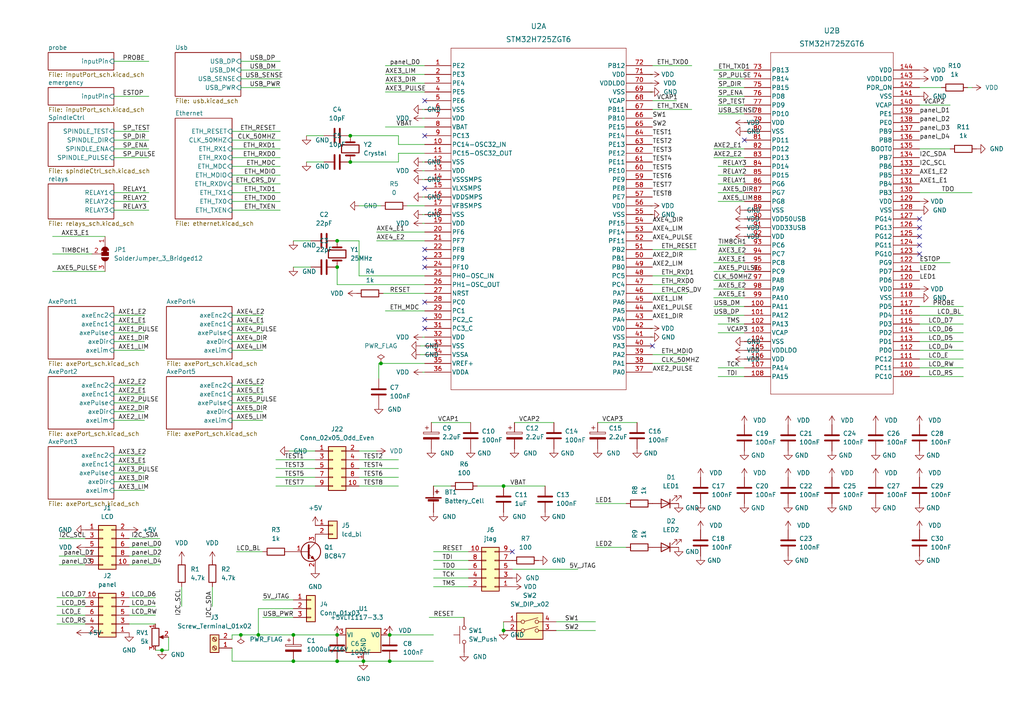
<source format=kicad_sch>
(kicad_sch (version 20211123) (generator eeschema)
  (paper "A4")
  (junction (at 146.05 182.88))
  (junction (at 97.79 184.15))
  (junction (at 105.41 191.77))
  (junction (at 146.05 140.97))
  (junction (at 101.6 46.99))
  (junction (at 85.09 191.77))
  (junction (at 46.99 188.595))
  (junction (at 97.79 191.77))
  (junction (at 74.93 184.15))
  (junction (at 97.79 77.47))
  (junction (at 97.79 69.85))
  (junction (at 110.49 105.41))
  (junction (at 113.03 191.77))
  (junction (at 85.09 184.15))
  (junction (at 113.03 184.15))
  (junction (at 69.85 184.15))
  (junction (at 101.6 39.37))
  (no_connect (at 148.59 160.02))
  (no_connect (at 123.19 54.61))
  (no_connect (at 123.19 77.47))
  (no_connect (at 123.19 87.63))
  (no_connect (at 123.19 74.93))
  (no_connect (at 266.7 68.58))
  (no_connect (at 123.19 72.39))
  (no_connect (at 266.7 73.66))
  (no_connect (at 123.19 95.25))
  (no_connect (at 123.19 39.37))
  (no_connect (at 266.7 66.04))
  (no_connect (at 215.9 40.64))
  (no_connect (at 123.19 92.71))
  (no_connect (at 266.7 63.5))
  (no_connect (at 189.23 100.33))
  (no_connect (at 123.19 29.21))
  (no_connect (at 266.7 71.12))
  (wire (pts (xy 67.31 187.96) (xy 67.31 191.77)))
  (wire (pts (xy 189.23 19.05) (xy 200.66 19.05)))
  (wire (pts (xy 109.22 69.85) (xy 123.19 69.85)))
  (wire (pts (xy 172.72 146.05) (xy 181.61 146.05)))
  (wire (pts (xy 111.76 19.05) (xy 123.19 19.05)))
  (wire (pts (xy 67.31 191.77) (xy 85.09 191.77)))
  (wire (pts (xy 123.19 107.95) (xy 122.555 107.95)))
  (wire (pts (xy 189.23 21.59) (xy 188.595 21.59)))
  (wire (pts (xy 123.19 44.45) (xy 115.57 44.45)))
  (wire (pts (xy 123.19 34.29) (xy 122.555 34.29)))
  (wire (pts (xy 189.23 85.09) (xy 199.39 85.09)))
  (wire (pts (xy 85.09 77.47) (xy 90.17 77.47)))
  (wire (pts (xy 189.23 31.75) (xy 200.66 31.75)))
  (wire (pts (xy 189.23 62.23) (xy 188.595 62.23)))
  (wire (pts (xy 101.6 39.37) (xy 115.57 39.37)))
  (wire (pts (xy 81.28 50.8) (xy 67.31 50.8)))
  (wire (pts (xy 146.05 180.34) (xy 146.05 182.88)))
  (wire (pts (xy 266.7 101.6) (xy 279.4 101.6)))
  (wire (pts (xy 104.14 69.85) (xy 97.79 69.85)))
  (wire (pts (xy 123.19 31.75) (xy 122.555 31.75)))
  (wire (pts (xy 48.895 188.595) (xy 48.895 184.785)))
  (wire (pts (xy 208.28 30.48) (xy 215.9 30.48)))
  (wire (pts (xy 207.01 20.32) (xy 215.9 20.32)))
  (wire (pts (xy 81.28 40.64) (xy 67.31 40.64)))
  (wire (pts (xy 16.51 173.355) (xy 24.765 173.355)))
  (wire (pts (xy 208.28 73.66) (xy 215.9 73.66)))
  (wire (pts (xy 74.93 176.53) (xy 74.93 184.15)))
  (wire (pts (xy 208.28 71.12) (xy 215.9 71.12)))
  (wire (pts (xy 16.51 175.895) (xy 24.765 175.895)))
  (wire (pts (xy 37.465 163.83) (xy 46.355 163.83)))
  (wire (pts (xy 33.02 93.98) (xy 41.91 93.98)))
  (wire (pts (xy 104.14 59.69) (xy 110.49 59.69)))
  (wire (pts (xy 121.92 100.33) (xy 123.19 100.33)))
  (wire (pts (xy 17.145 156.21) (xy 24.765 156.21)))
  (wire (pts (xy 123.19 105.41) (xy 110.49 105.41)))
  (wire (pts (xy 104.14 140.97) (xy 115.57 140.97)))
  (wire (pts (xy 104.14 133.35) (xy 115.57 133.35)))
  (wire (pts (xy 68.58 160.02) (xy 76.2 160.02)))
  (wire (pts (xy 189.23 80.01) (xy 199.39 80.01)))
  (wire (pts (xy 189.23 29.21) (xy 196.215 29.21)))
  (wire (pts (xy 207.01 76.2) (xy 215.9 76.2)))
  (wire (pts (xy 88.9 39.37) (xy 93.98 39.37)))
  (wire (pts (xy 113.03 184.15) (xy 125.73 184.15)))
  (wire (pts (xy 67.31 119.38) (xy 76.2 119.38)))
  (wire (pts (xy 67.31 121.92) (xy 76.2 121.92)))
  (wire (pts (xy 76.2 173.99) (xy 85.09 173.99)))
  (wire (pts (xy 118.11 59.69) (xy 123.19 59.69)))
  (wire (pts (xy 67.31 99.06) (xy 76.2 99.06)))
  (wire (pts (xy 208.28 109.22) (xy 215.9 109.22)))
  (wire (pts (xy 33.02 60.96) (xy 43.18 60.96)))
  (wire (pts (xy 124.46 179.07) (xy 134.62 179.07)))
  (wire (pts (xy 121.92 102.87) (xy 123.19 102.87)))
  (wire (pts (xy 37.465 156.21) (xy 46.355 156.21)))
  (wire (pts (xy 208.28 58.42) (xy 215.9 58.42)))
  (wire (pts (xy 17.145 163.83) (xy 24.765 163.83)))
  (wire (pts (xy 266.7 99.06) (xy 279.4 99.06)))
  (wire (pts (xy 266.7 91.44) (xy 279.4 91.44)))
  (wire (pts (xy 45.085 188.595) (xy 46.99 188.595)))
  (wire (pts (xy 207.01 78.74) (xy 215.9 78.74)))
  (wire (pts (xy 104.14 130.81) (xy 109.22 130.81)))
  (wire (pts (xy 266.7 106.68) (xy 279.4 106.68)))
  (wire (pts (xy 123.19 49.53) (xy 122.555 49.53)))
  (wire (pts (xy 208.28 55.88) (xy 215.9 55.88)))
  (wire (pts (xy 161.29 182.88) (xy 172.72 182.88)))
  (wire (pts (xy 74.93 184.15) (xy 85.09 184.15)))
  (wire (pts (xy 37.465 173.355) (xy 45.085 173.355)))
  (wire (pts (xy 149.225 122.555) (xy 160.655 122.555)))
  (wire (pts (xy 207.01 88.9) (xy 215.9 88.9)))
  (wire (pts (xy 207.01 81.28) (xy 215.9 81.28)))
  (wire (pts (xy 67.31 101.6) (xy 76.2 101.6)))
  (wire (pts (xy 173.355 122.555) (xy 184.785 122.555)))
  (wire (pts (xy 115.57 39.37) (xy 115.57 41.91)))
  (wire (pts (xy 37.465 175.895) (xy 45.085 175.895)))
  (wire (pts (xy 67.31 114.3) (xy 76.2 114.3)))
  (wire (pts (xy 109.855 105.41) (xy 109.855 109.855)))
  (wire (pts (xy 208.28 96.52) (xy 215.9 96.52)))
  (wire (pts (xy 15.24 78.74) (xy 30.48 78.74)))
  (wire (pts (xy 69.85 17.78) (xy 81.28 17.78)))
  (wire (pts (xy 81.28 58.42) (xy 67.31 58.42)))
  (wire (pts (xy 69.85 25.4) (xy 81.28 25.4)))
  (wire (pts (xy 33.02 17.78) (xy 43.18 17.78)))
  (wire (pts (xy 37.465 161.29) (xy 46.355 161.29)))
  (wire (pts (xy 146.05 140.97) (xy 158.115 140.97)))
  (wire (pts (xy 148.59 165.1) (xy 167.64 165.1)))
  (wire (pts (xy 123.19 62.23) (xy 122.555 62.23)))
  (wire (pts (xy 111.76 24.13) (xy 123.19 24.13)))
  (wire (pts (xy 33.02 134.62) (xy 41.91 134.62)))
  (wire (pts (xy 115.57 46.99) (xy 101.6 46.99)))
  (wire (pts (xy 52.705 170.18) (xy 52.705 175.895)))
  (wire (pts (xy 37.465 180.975) (xy 45.085 180.975)))
  (wire (pts (xy 207.01 91.44) (xy 215.9 91.44)))
  (wire (pts (xy 189.23 72.39) (xy 201.93 72.39)))
  (wire (pts (xy 266.7 76.2) (xy 275.59 76.2)))
  (wire (pts (xy 33.02 114.3) (xy 41.91 114.3)))
  (wire (pts (xy 266.7 104.14) (xy 279.4 104.14)))
  (wire (pts (xy 33.02 45.72) (xy 43.18 45.72)))
  (wire (pts (xy 33.02 40.64) (xy 43.18 40.64)))
  (wire (pts (xy 16.51 180.975) (xy 24.765 180.975)))
  (wire (pts (xy 37.465 178.435) (xy 45.085 178.435)))
  (wire (pts (xy 113.03 191.77) (xy 125.73 191.77)))
  (wire (pts (xy 266.7 25.4) (xy 273.05 25.4)))
  (wire (pts (xy 189.23 26.67) (xy 188.595 26.67)))
  (wire (pts (xy 81.28 45.72) (xy 67.31 45.72)))
  (wire (pts (xy 33.02 55.88) (xy 43.18 55.88)))
  (wire (pts (xy 33.02 99.06) (xy 41.91 99.06)))
  (wire (pts (xy 37.465 158.75) (xy 46.355 158.75)))
  (wire (pts (xy 123.19 57.15) (xy 122.555 57.15)))
  (wire (pts (xy 69.85 22.86) (xy 81.28 22.86)))
  (wire (pts (xy 208.28 33.02) (xy 215.9 33.02)))
  (wire (pts (xy 67.31 96.52) (xy 76.2 96.52)))
  (wire (pts (xy 46.99 188.595) (xy 48.895 188.595)))
  (wire (pts (xy 110.49 105.41) (xy 109.855 105.41)))
  (wire (pts (xy 81.28 55.88) (xy 67.31 55.88)))
  (wire (pts (xy 161.29 180.34) (xy 172.72 180.34)))
  (wire (pts (xy 80.01 133.35) (xy 91.44 133.35)))
  (wire (pts (xy 123.19 64.77) (xy 122.555 64.77)))
  (wire (pts (xy 76.2 179.07) (xy 85.09 179.07)))
  (wire (pts (xy 207.01 43.18) (xy 215.9 43.18)))
  (wire (pts (xy 125.73 160.02) (xy 135.89 160.02)))
  (wire (pts (xy 97.79 191.77) (xy 105.41 191.77)))
  (wire (pts (xy 67.31 116.84) (xy 76.2 116.84)))
  (wire (pts (xy 125.73 162.56) (xy 135.89 162.56)))
  (wire (pts (xy 33.02 58.42) (xy 43.18 58.42)))
  (wire (pts (xy 33.02 101.6) (xy 41.91 101.6)))
  (wire (pts (xy 208.28 50.8) (xy 215.9 50.8)))
  (wire (pts (xy 105.41 191.77) (xy 113.03 191.77)))
  (wire (pts (xy 208.28 93.98) (xy 215.9 93.98)))
  (wire (pts (xy 208.28 106.68) (xy 215.9 106.68)))
  (wire (pts (xy 80.01 138.43) (xy 91.44 138.43)))
  (wire (pts (xy 85.09 69.85) (xy 90.17 69.85)))
  (wire (pts (xy 207.01 86.36) (xy 215.9 86.36)))
  (wire (pts (xy 189.23 24.13) (xy 188.595 24.13)))
  (wire (pts (xy 67.31 93.98) (xy 76.2 93.98)))
  (wire (pts (xy 81.28 38.1) (xy 67.31 38.1)))
  (wire (pts (xy 33.02 38.1) (xy 43.18 38.1)))
  (wire (pts (xy 33.02 111.76) (xy 41.91 111.76)))
  (wire (pts (xy 33.02 119.38) (xy 41.91 119.38)))
  (wire (pts (xy 15.24 73.66) (xy 26.67 73.66)))
  (wire (pts (xy 67.31 185.42) (xy 67.31 184.15)))
  (wire (pts (xy 80.01 140.97) (xy 91.44 140.97)))
  (wire (pts (xy 67.31 91.44) (xy 76.2 91.44)))
  (wire (pts (xy 125.095 122.555) (xy 136.525 122.555)))
  (wire (pts (xy 111.125 85.09) (xy 123.19 85.09)))
  (wire (pts (xy 67.31 111.76) (xy 76.2 111.76)))
  (wire (pts (xy 123.19 46.99) (xy 122.555 46.99)))
  (wire (pts (xy 33.02 139.7) (xy 41.91 139.7)))
  (wire (pts (xy 85.09 191.77) (xy 97.79 191.77)))
  (wire (pts (xy 280.67 25.4) (xy 281.94 25.4)))
  (wire (pts (xy 189.23 97.79) (xy 188.595 97.79)))
  (wire (pts (xy 123.19 82.55) (xy 97.79 82.55)))
  (wire (pts (xy 189.23 105.41) (xy 199.39 105.41)))
  (wire (pts (xy 208.28 53.34) (xy 215.9 53.34)))
  (wire (pts (xy 266.7 93.98) (xy 279.4 93.98)))
  (wire (pts (xy 189.23 59.69) (xy 188.595 59.69)))
  (wire (pts (xy 81.28 53.34) (xy 67.31 53.34)))
  (wire (pts (xy 189.23 102.87) (xy 199.39 102.87)))
  (wire (pts (xy 33.02 132.08) (xy 41.91 132.08)))
  (wire (pts (xy 115.57 44.45) (xy 115.57 46.99)))
  (wire (pts (xy 208.28 22.86) (xy 215.9 22.86)))
  (wire (pts (xy 138.43 140.97) (xy 146.05 140.97)))
  (wire (pts (xy 33.02 137.16) (xy 41.91 137.16)))
  (wire (pts (xy 33.02 43.18) (xy 43.18 43.18)))
  (wire (pts (xy 80.01 135.89) (xy 91.44 135.89)))
  (wire (pts (xy 85.09 184.15) (xy 97.79 184.15)))
  (wire (pts (xy 69.85 20.32) (xy 81.28 20.32)))
  (wire (pts (xy 125.73 165.1) (xy 135.89 165.1)))
  (wire (pts (xy 266.7 43.18) (xy 275.59 43.18)))
  (wire (pts (xy 208.28 27.94) (xy 215.9 27.94)))
  (wire (pts (xy 172.72 158.75) (xy 181.61 158.75)))
  (wire (pts (xy 24.765 178.435) (xy 16.51 178.435)))
  (wire (pts (xy 81.28 48.26) (xy 67.31 48.26)))
  (wire (pts (xy 266.7 88.9) (xy 279.4 88.9)))
  (wire (pts (xy 97.79 82.55) (xy 97.79 77.47)))
  (wire (pts (xy 104.14 138.43) (xy 115.57 138.43)))
  (wire (pts (xy 208.28 48.26) (xy 215.9 48.26)))
  (wire (pts (xy 123.19 97.79) (xy 122.555 97.79)))
  (wire (pts (xy 61.595 170.18) (xy 61.595 175.895)))
  (wire (pts (xy 125.73 140.97) (xy 130.81 140.97)))
  (wire (pts (xy 115.57 41.91) (xy 123.19 41.91)))
  (wire (pts (xy 67.31 184.15) (xy 69.85 184.15)))
  (wire (pts (xy 123.19 52.07) (xy 122.555 52.07)))
  (wire (pts (xy 189.23 82.55) (xy 199.39 82.55)))
  (wire (pts (xy 104.14 80.01) (xy 104.14 69.85)))
  (wire (pts (xy 109.22 67.31) (xy 123.19 67.31)))
  (wire (pts (xy 33.02 96.52) (xy 41.91 96.52)))
  (wire (pts (xy 85.09 176.53) (xy 74.93 176.53)))
  (wire (pts (xy 69.85 184.15) (xy 74.93 184.15)))
  (wire (pts (xy 208.28 25.4) (xy 215.9 25.4)))
  (wire (pts (xy 88.9 46.99) (xy 93.98 46.99)))
  (wire (pts (xy 15.24 68.58) (xy 30.48 68.58)))
  (wire (pts (xy 33.02 121.92) (xy 41.91 121.92)))
  (wire (pts (xy 17.145 161.29) (xy 24.765 161.29)))
  (wire (pts (xy 104.14 135.89) (xy 115.57 135.89)))
  (wire (pts (xy 111.76 26.67) (xy 123.19 26.67)))
  (wire (pts (xy 207.01 45.72) (xy 215.9 45.72)))
  (wire (pts (xy 81.28 60.96) (xy 67.31 60.96)))
  (wire (pts (xy 104.14 80.01) (xy 123.19 80.01)))
  (wire (pts (xy 83.82 130.81) (xy 91.44 130.81)))
  (wire (pts (xy 33.02 116.84) (xy 41.91 116.84)))
  (wire (pts (xy 111.76 21.59) (xy 123.19 21.59)))
  (wire (pts (xy 111.76 36.83) (xy 123.19 36.83)))
  (wire (pts (xy 33.02 27.94) (xy 43.18 27.94)))
  (wire (pts (xy 125.73 170.18) (xy 135.89 170.18)))
  (wire (pts (xy 266.7 109.22) (xy 279.4 109.22)))
  (wire (pts (xy 111.76 90.17) (xy 123.19 90.17)))
  (wire (pts (xy 81.28 43.18) (xy 67.31 43.18)))
  (wire (pts (xy 125.73 167.64) (xy 135.89 167.64)))
  (wire (pts (xy 33.02 91.44) (xy 41.91 91.44)))
  (wire (pts (xy 266.7 96.52) (xy 279.4 96.52)))
  (wire (pts (xy 266.7 30.48) (xy 275.59 30.48)))
  (wire (pts (xy 189.23 95.25) (xy 188.595 95.25)))
  (wire (pts (xy 207.01 83.82) (xy 215.9 83.82)))
  (wire (pts (xy 33.02 142.24) (xy 41.91 142.24)))
  (wire (pts (xy 266.7 55.88) (xy 281.94 55.88)))
  (label "TIM8CH1" (at 17.78 73.66 0))
  (label "TEST8" (at 189.23 57.15 0))
  (label "AXE5_PULSE" (at 16.51 78.74 0))
  (label "LCD_BL" (at 68.58 160.02 0))
  (label "ETH_RXD0" (at 191.77 82.55 0))
  (label "ETH_CRS_DV" (at 191.77 85.09 0))
  (label "AXE4_DIR" (at 68.58 99.06 0))
  (label "TEST2" (at 105.41 133.35 0))
  (label "ETH_CRS_DV" (at 80.01 53.34 180))
  (label "LCD_RW" (at 269.24 106.68 0))
  (label "I2C_SDA" (at 61.595 171.45 270))
  (label "AXE2_E1" (at 207.01 43.18 0))
  (label "AXE3_PULSE" (at 111.76 26.67 0))
  (label "CLK_50MHZ" (at 80.01 40.64 180))
  (label "I2C_SDA" (at 38.1 156.21 0))
  (label "LED2" (at 266.7 78.74 0))
  (label "TDO" (at 273.05 55.88 0))
  (label "LED1" (at 266.7 81.28 0))
  (label "AXE3_DIR" (at 111.76 24.13 0))
  (label "SP_ENA" (at 35.56 43.18 0))
  (label "AXE5_DIR" (at 209.55 55.88 0))
  (label "TEST3" (at 189.23 44.45 0))
  (label "AXE2_DIR" (at 189.23 74.93 0))
  (label "AXE2_PULSE" (at 34.29 116.84 0))
  (label "AXE5_E2" (at 208.28 83.82 0))
  (label "TEST5" (at 189.23 49.53 0))
  (label "SP_DIR" (at 35.56 40.64 0))
  (label "PROBE" (at 35.56 17.78 0))
  (label "5V_JTAG" (at 165.1 165.1 0))
  (label "ETH_TXEN" (at 190.5 31.75 0))
  (label "AXE5_DIR" (at 68.58 119.38 0))
  (label "RELAY3" (at 35.56 60.96 0))
  (label "panel_D3" (at 17.78 163.83 0))
  (label "RESET" (at 125.73 179.07 0))
  (label "LCD_D7" (at 17.78 173.355 0))
  (label "AXE3_PULSE" (at 34.29 137.16 0))
  (label "RELAY2" (at 35.56 58.42 0))
  (label "TMS" (at 210.82 93.98 0))
  (label "AXE3_E2" (at 34.29 132.08 0))
  (label "AXE2_LIM" (at 34.29 121.92 0))
  (label "SP_ENA" (at 208.28 27.94 0))
  (label "panel_D4" (at 38.1 163.83 0))
  (label "VCAP2" (at 150.495 122.555 0))
  (label "AXE1_E2" (at 34.29 91.44 0))
  (label "ETH_MDC" (at 113.03 90.17 0))
  (label "LCD_D6" (at 269.24 96.52 0))
  (label "AXE3_E1" (at 17.78 68.58 0))
  (label "AXE5_LIM" (at 68.58 121.92 0))
  (label "SP_DIR" (at 208.28 25.4 0))
  (label "I2C_SCL" (at 266.7 48.26 0))
  (label "AXE4_E2" (at 109.22 69.85 0))
  (label "RELAY3" (at 209.55 48.26 0))
  (label "AXE5_E1" (at 208.28 86.36 0))
  (label "TCK" (at 210.82 106.68 0))
  (label "AXE3_LIM" (at 34.29 142.24 0))
  (label "USB_DP" (at 72.39 17.78 0))
  (label "panel_D1" (at 18.415 161.29 0))
  (label "AXE1_PULSE" (at 189.23 90.17 0))
  (label "AXE4_E1" (at 68.58 93.98 0))
  (label "VCAP1" (at 190.5 29.21 0))
  (label "I2C_SCL" (at 17.145 156.21 0))
  (label "LCD_RW" (at 38.1 178.435 0))
  (label "VBAT" (at 147.955 140.97 0))
  (label "AXE5_LIM" (at 209.55 58.42 0))
  (label "USB_SENSE" (at 71.12 22.86 0))
  (label "LCD_D4" (at 38.1 175.895 0))
  (label "AXE1_E1" (at 34.29 93.98 0))
  (label "panel_D3" (at 266.7 38.1 0))
  (label "AXE2_E2" (at 207.01 45.72 0))
  (label "I2C_SDA" (at 266.7 45.72 0))
  (label "AXE3_LIM" (at 111.76 21.59 0))
  (label "panel_D2" (at 266.7 35.56 0))
  (label "ETH_RESET" (at 191.77 72.39 0))
  (label "TEST6" (at 105.41 138.43 0))
  (label "TIM8CH1" (at 208.28 71.12 0))
  (label "AXE1_DIR" (at 34.29 99.06 0))
  (label "USB_SENSE" (at 208.28 33.02 0))
  (label "PROBE" (at 270.51 88.9 0))
  (label "AXE2_DIR" (at 34.29 119.38 0))
  (label "VCAP3" (at 174.625 122.555 0))
  (label "ETH_RESET" (at 80.01 38.1 180))
  (label "USB_PWR" (at 72.39 25.4 0))
  (label "SP_PULSE" (at 35.56 45.72 0))
  (label "VBAT" (at 114.935 36.83 0))
  (label "I2C_SCL" (at 52.705 170.815 270))
  (label "TEST6" (at 189.23 52.07 0))
  (label "RELAY2" (at 209.55 50.8 0))
  (label "VCAP1" (at 127 122.555 0))
  (label "USB_PWR" (at 76.2 179.07 0))
  (label "TEST4" (at 105.41 135.89 0))
  (label "ETH_RXD1" (at 191.77 80.01 0))
  (label "AXE3_E1" (at 208.28 76.2 0))
  (label "AXE1_E2" (at 266.7 50.8 0))
  (label "AXE1_LIM" (at 34.29 101.6 0))
  (label "SP_TEST" (at 35.56 38.1 0))
  (label "AXE3_E1" (at 34.29 134.62 0))
  (label "LED2" (at 172.72 158.75 0))
  (label "TMS" (at 128.27 170.18 0))
  (label "TDO" (at 128.27 165.1 0))
  (label "ETH_TXD0" (at 190.5 19.05 0))
  (label "AXE5_PULSE" (at 68.58 116.84 0))
  (label "AXE4_PULSE" (at 189.23 69.85 0))
  (label "5V_JTAG" (at 76.2 173.99 0))
  (label "AXE4_LIM" (at 189.23 67.31 0))
  (label "USB_DM" (at 72.39 20.32 0))
  (label "TEST8" (at 105.41 140.97 0))
  (label "TEST1" (at 82.55 133.35 0))
  (label "AXE2_PULSE" (at 189.23 107.95 0))
  (label "RELAY1" (at 35.56 55.88 0))
  (label "AXE4_DIR" (at 189.23 64.77 0))
  (label "LCD_D7" (at 269.24 93.98 0))
  (label "USB_DP" (at 207.01 91.44 0))
  (label "SP_PULSE" (at 208.28 22.86 0))
  (label "TEST7" (at 82.55 140.97 0))
  (label "AXE1_LIM" (at 189.23 87.63 0))
  (label "SW1" (at 189.23 34.29 0))
  (label "TDI" (at 128.27 162.56 0))
  (label "TEST3" (at 82.55 135.89 0))
  (label "panel_D1" (at 266.7 33.02 0))
  (label "AXE4_LIM" (at 68.58 101.6 0))
  (label "panel_D4" (at 266.7 40.64 0))
  (label "LCD_D6" (at 38.1 173.355 0))
  (label "AXE4_PULSE" (at 68.58 96.52 0))
  (label "ESTOP" (at 35.56 27.94 0))
  (label "ETH_MDIO" (at 191.77 102.87 0))
  (label "USB_DM" (at 207.01 88.9 0))
  (label "AXE2_E2" (at 34.29 111.76 0))
  (label "AXE1_PULSE" (at 34.29 96.52 0))
  (label "panel_D0" (at 113.03 19.05 0))
  (label "CLK_50MHZ" (at 191.77 105.41 0))
  (label "TEST1" (at 189.23 39.37 0))
  (label "LCD_BL" (at 271.78 91.44 0))
  (label "ETH_TXD1" (at 208.28 20.32 0))
  (label "AXE5_E1" (at 68.58 114.3 0))
  (label "LCD_D4" (at 269.24 101.6 0))
  (label "LCD_E" (at 17.78 178.435 0))
  (label "ETH_MDC" (at 80.01 48.26 180))
  (label "panel_D2" (at 38.1 161.29 0))
  (label "ETH_RXD1" (at 80.01 43.18 180))
  (label "LCD_D5" (at 269.24 99.06 0))
  (label "TEST7" (at 189.23 54.61 0))
  (label "ETH_MDIO" (at 80.01 50.8 180))
  (label "TEST4" (at 189.23 46.99 0))
  (label "ETH_TXD1" (at 80.01 55.88 180))
  (label "AXE1_E1" (at 266.7 53.34 0))
  (label "AXE4_E2" (at 68.58 91.44 0))
  (label "RESET" (at 113.03 85.09 0))
  (label "TEST5" (at 82.55 138.43 0))
  (label "CLK_50MHZ" (at 207.01 81.28 0))
  (label "ETH_TXD0" (at 80.01 58.42 180))
  (label "SW2" (at 189.23 36.83 0))
  (label "TCK" (at 128.27 167.64 0))
  (label "AXE3_DIR" (at 34.29 139.7 0))
  (label "AXE2_LIM" (at 189.23 77.47 0))
  (label "AXE2_E1" (at 34.29 114.3 0))
  (label "AXE1_DIR" (at 189.23 92.71 0))
  (label "LCD_E" (at 269.24 104.14 0))
  (label "VCAP2" (at 267.97 30.48 0))
  (label "SW1" (at 163.83 180.34 0))
  (label "ESTOP" (at 266.7 76.2 0))
  (label "LED1" (at 172.72 146.05 0))
  (label "ETH_TXEN" (at 80.01 60.96 180))
  (label "LCD_RS" (at 17.78 180.975 0))
  (label "TEST2" (at 189.23 41.91 0))
  (label "LCD_D5" (at 17.78 175.895 0))
  (label "panel_D0" (at 38.1 158.75 0))
  (label "SW2" (at 163.83 182.88 0))
  (label "SP_TEST" (at 208.28 30.48 0))
  (label "LCD_RS" (at 269.24 109.22 0))
  (label "VCAP3" (at 210.82 96.52 0))
  (label "AXE5_PULSE" (at 208.28 78.74 0))
  (label "RELAY1" (at 209.55 53.34 0))
  (label "AXE4_E1" (at 109.22 67.31 0))
  (label "RESET" (at 128.27 160.02 0))
  (label "ETH_RXD0" (at 80.01 45.72 180))
  (label "AXE5_E2" (at 68.58 111.76 0))
  (label "AXE3_E2" (at 208.28 73.66 0))
  (label "TDI" (at 210.82 109.22 0))
  (symbol (lib_id "power:GND") (at 254 130.81 0) (unit 1)
    (property "Reference" "#PWR0172" (effects hide))
    (property "Value" "GND" (at 255.905 132.0799 0) (effects (justify left)))
  )
  (symbol (lib_id "power:VDD") (at 122.555 64.77 90) (unit 1)
    (property "Reference" "#PWR0195" (effects hide))
    (property "Value" "VDD" (at 118.745 64.7699 90) (effects (justify left)))
  )
  (symbol (lib_id "Device:C") (at 97.79 187.96 0) (unit 1)
    (property "Reference" "C6" (at 101.6 186.6899 0) (effects (justify left)))
    (property "Value" "100nF" (at 101.6 189.2299 0) (effects (justify left)))
    (property "Footprint" "Capacitor_SMD:C_0603_1608Metric_Pad1.08x0.95mm_HandSolder" (effects hide))
  )
  (symbol (lib_id "Connector:Screw_Terminal_01x02") (at 62.23 187.96 180) (unit 1)
    (property "Reference" "J3" (at 62.23 179.07 0))
    (property "Value" "Screw_Terminal_01x02" (at 62.23 181.61 0))
    (property "Footprint" "TerminalBlock_Phoenix:TerminalBlock_Phoenix_MKDS-1,5-2_1x02_P5.00mm_Horizontal" (effects hide))
  )
  (symbol (lib_id "power:GND") (at 24.765 153.67 270) (unit 1)
    (property "Reference" "#PWR0123" (effects hide))
    (property "Value" "GND" (at 20.955 153.6699 90) (effects (justify right)))
  )
  (symbol (lib_id "Device:C") (at 266.7 157.48 0) (unit 1)
    (property "Reference" "C30" (at 269.875 156.2099 0) (effects (justify left)))
    (property "Value" "100nF" (at 269.875 158.7499 0) (effects (justify left)))
    (property "Footprint" "Capacitor_SMD:C_0603_1608Metric_Pad1.08x0.95mm_HandSolder" (effects hide))
  )
  (symbol (lib_id "STM32H725ZGT6:STM32H725ZGT6") (at 215.9 20.32 0) (unit 2)
    (property "Reference" "U2" (at 241.3 8.89 0) (effects (font (size 1.524 1.524))))
    (property "Value" "STM32H725ZGT6" (at 241.3 12.7 0) (effects (font (size 1.524 1.524))))
    (property "Footprint" "footprints:LQFP_25ZGT6_STM" (effects hide))
    (property "Datasheet" "STM32H725ZGT6" (effects hide))
  )
  (symbol (lib_id "power:VDD") (at 61.595 162.56 0) (unit 1)
    (property "Reference" "#PWR0103" (effects hide))
    (property "Value" "VDD" (at 61.595 157.48 0))
  )
  (symbol (lib_id "Device:R") (at 61.595 166.37 180) (unit 1)
    (property "Reference" "R2" (at 64.135 165.0999 0) (effects (justify right)))
    (property "Value" "4.7k" (at 64.135 167.6399 0) (effects (justify right)))
    (property "Footprint" "Resistor_SMD:R_0805_2012Metric_Pad1.20x1.40mm_HandSolder" (effects hide))
  )
  (symbol (lib_id "Device:C") (at 228.6 127 0) (unit 1)
    (property "Reference" "C21" (at 231.775 125.7299 0) (effects (justify left)))
    (property "Value" "100nF" (at 231.775 128.2699 0) (effects (justify left)))
    (property "Footprint" "Capacitor_SMD:C_0603_1608Metric_Pad1.08x0.95mm_HandSolder" (effects hide))
  )
  (symbol (lib_id "power:GND") (at 215.9 146.05 0) (unit 1)
    (property "Reference" "#PWR0142" (effects hide))
    (property "Value" "GND" (at 217.805 147.3199 0) (effects (justify left)))
  )
  (symbol (lib_id "Device:C") (at 254 127 0) (unit 1)
    (property "Reference" "C26" (at 257.175 125.7299 0) (effects (justify left)))
    (property "Value" "100nF" (at 257.175 128.2699 0) (effects (justify left)))
    (property "Footprint" "Capacitor_SMD:C_0603_1608Metric_Pad1.08x0.95mm_HandSolder" (effects hide))
  )
  (symbol (lib_id "power:GND") (at 266.7 161.29 0) (unit 1)
    (property "Reference" "#PWR0178" (effects hide))
    (property "Value" "GND" (at 268.605 162.5599 0) (effects (justify left)))
  )
  (symbol (lib_id "Connector_Generic:Conn_01x03") (at 90.17 176.53 0) (unit 1)
    (property "Reference" "J4" (at 92.71 175.2599 0) (effects (justify left)))
    (property "Value" "Conn_01x03" (at 92.71 177.7999 0) (effects (justify left)))
    (property "Footprint" "Connector_PinHeader_2.54mm:PinHeader_1x03_P2.54mm_Vertical" (effects hide))
  )
  (symbol (lib_id "Device:C") (at 97.79 46.99 90) (unit 1)
    (property "Reference" "C5" (at 97.79 39.37 90))
    (property "Value" "10pF" (at 97.79 41.91 90))
    (property "Footprint" "Capacitor_SMD:C_0603_1608Metric_Pad1.08x0.95mm_HandSolder" (effects hide))
  )
  (symbol (lib_id "Device:R") (at 114.3 59.69 90) (unit 1)
    (property "Reference" "R5" (at 114.3 53.34 90))
    (property "Value" "0" (at 114.3 55.88 90))
    (property "Footprint" "Resistor_SMD:R_0805_2012Metric_Pad1.20x1.40mm_HandSolder" (effects hide))
  )
  (symbol (lib_id "Device:C") (at 228.6 142.24 0) (unit 1)
    (property "Reference" "C22" (at 231.775 140.9699 0) (effects (justify left)))
    (property "Value" "100nF" (at 231.775 143.5099 0) (effects (justify left)))
    (property "Footprint" "Capacitor_SMD:C_0603_1608Metric_Pad1.08x0.95mm_HandSolder" (effects hide))
  )
  (symbol (lib_id "power:GND") (at 85.09 69.85 0) (unit 1)
    (property "Reference" "#PWR0190" (effects hide))
    (property "Value" "GND" (at 87.63 71.1199 0) (effects (justify left)))
  )
  (symbol (lib_id "power:GND") (at 37.465 183.515 0) (unit 1)
    (property "Reference" "#PWR0119" (effects hide))
    (property "Value" "GND" (at 37.465 188.595 0))
  )
  (symbol (lib_id "power:PWR_FLAG") (at 110.49 105.41 0) (unit 1)
    (property "Reference" "#FLG0102" (effects hide))
    (property "Value" "PWR_FLAG" (at 110.49 100.33 0))
  )
  (symbol (lib_id "power:GND") (at 122.555 52.07 270) (unit 1)
    (property "Reference" "#PWR0202" (effects hide))
    (property "Value" "GND" (at 123.825 52.0699 90) (effects (justify left)))
  )
  (symbol (lib_id "power:VDD") (at 122.555 34.29 90) (unit 1)
    (property "Reference" "#PWR0197" (effects hide))
    (property "Value" "VDD" (at 118.745 34.2899 90) (effects (justify left)))
  )
  (symbol (lib_id "Device:LED") (at 193.04 146.05 180) (unit 1)
    (property "Reference" "D1" (at 194.6275 138.43 0))
    (property "Value" "LED1" (at 194.6275 140.97 0))
    (property "Footprint" "LED_SMD:LED_1206_3216Metric_Pad1.42x1.75mm_HandSolder" (effects hide))
  )
  (symbol (lib_id "power:GND") (at 228.6 130.81 0) (unit 1)
    (property "Reference" "#PWR0147" (effects hide))
    (property "Value" "GND" (at 230.505 132.0799 0) (effects (justify left)))
  )
  (symbol (lib_id "power:VDD") (at 215.9 63.5 90) (unit 1)
    (property "Reference" "#PWR0164" (effects hide))
    (property "Value" "VDD" (at 216.535 63.4999 90) (effects (justify right)))
  )
  (symbol (lib_id "power:VDD") (at 215.9 35.56 90) (unit 1)
    (property "Reference" "#PWR0155" (effects hide))
    (property "Value" "VDD" (at 216.535 35.5599 90) (effects (justify right)))
  )
  (symbol (lib_id "Device:R_Potentiometer") (at 45.085 184.785 0) (unit 1)
    (property "Reference" "RV1" (at 43.18 183.5149 0) (effects (justify right)))
    (property "Value" "5k" (at 43.18 186.0549 0) (effects (justify right)))
    (property "Footprint" "Potentiometer_THT:Potentiometer_Piher_PT-6-V_Vertical" (effects hide))
  )
  (symbol (lib_id "power:VDD") (at 281.94 25.4 270) (unit 1)
    (property "Reference" "#PWR0127" (effects hide))
    (property "Value" "VDD" (at 285.75 25.3999 90) (effects (justify left)))
  )
  (symbol (lib_id "power:VDD") (at 24.765 158.75 90) (unit 1)
    (property "Reference" "#PWR0122" (effects hide))
    (property "Value" "VDD" (at 20.955 158.7499 90) (effects (justify left)))
  )
  (symbol (lib_id "Device:C_Polarized") (at 125.095 126.365 0) (unit 1)
    (property "Reference" "C9" (at 128.27 124.2059 0) (effects (justify left)))
    (property "Value" "2.2uF" (at 128.27 126.7459 0) (effects (justify left)))
    (property "Footprint" "Capacitor_Tantalum_SMD:CP_EIA-3216-18_Kemet-A" (effects hide))
  )
  (symbol (lib_id "power:GND") (at 158.115 148.59 0) (unit 1)
    (property "Reference" "#PWR0112" (effects hide))
    (property "Value" "GND" (at 160.02 149.8599 0) (effects (justify left)))
  )
  (symbol (lib_id "Device:R") (at 52.705 166.37 180) (unit 1)
    (property "Reference" "R1" (at 55.245 165.0999 0) (effects (justify right)))
    (property "Value" "4.7k" (at 55.245 167.6399 0) (effects (justify right)))
    (property "Footprint" "Resistor_SMD:R_0805_2012Metric_Pad1.20x1.40mm_HandSolder" (effects hide))
  )
  (symbol (lib_id "Switch:SW_Push") (at 134.62 184.15 90) (unit 1)
    (property "Reference" "SW1" (at 135.89 182.8799 90) (effects (justify right)))
    (property "Value" "SW_Push" (at 135.89 185.4199 90) (effects (justify right)))
    (property "Footprint" "Button_Switch_THT:SW_PUSH_6mm" (effects hide))
  )
  (symbol (lib_id "power:GND") (at 88.9 46.99 0) (unit 1)
    (property "Reference" "#PWR0194" (effects hide))
    (property "Value" "GND" (at 91.44 48.2599 0) (effects (justify left)))
  )
  (symbol (lib_id "power:GND") (at 173.355 130.175 0) (unit 1)
    (property "Reference" "#PWR0180" (effects hide))
    (property "Value" "GND" (at 175.895 131.4449 0) (effects (justify left)))
  )
  (symbol (lib_id "power:VDD") (at 188.595 59.69 270) (unit 1)
    (property "Reference" "#PWR0160" (effects hide))
    (property "Value" "VDD" (at 191.77 59.6899 90) (effects (justify left)))
  )
  (symbol (lib_id "power:GND") (at 88.9 39.37 0) (unit 1)
    (property "Reference" "#PWR0193" (effects hide))
    (property "Value" "GND" (at 91.44 40.6399 0) (effects (justify left)))
  )
  (symbol (lib_id "STM32H725ZGT6:STM32H725ZGT6") (at 123.19 19.05 0) (unit 1)
    (property "Reference" "U2" (at 156.21 7.62 0) (effects (font (size 1.524 1.524))))
    (property "Value" "STM32H725ZGT6" (at 156.21 11.43 0) (effects (font (size 1.524 1.524))))
    (property "Footprint" "footprints:LQFP_25ZGT6_STM" (effects hide))
    (property "Datasheet" "STM32H725ZGT6" (effects hide))
  )
  (symbol (lib_id "Device:C") (at 241.3 127 0) (unit 1)
    (property "Reference" "C24" (at 244.475 125.7299 0) (effects (justify left)))
    (property "Value" "100nF" (at 244.475 128.2699 0) (effects (justify left)))
    (property "Footprint" "Capacitor_SMD:C_0603_1608Metric_Pad1.08x0.95mm_HandSolder" (effects hide))
  )
  (symbol (lib_id "Connector_Generic:Conn_01x02") (at 96.52 152.4 0) (unit 1)
    (property "Reference" "J5" (at 99.06 152.3999 0) (effects (justify left)))
    (property "Value" "lcd_bl" (at 99.06 154.9399 0) (effects (justify left)))
    (property "Footprint" "Connector_PinHeader_2.54mm:PinHeader_1x02_P2.54mm_Vertical" (effects hide))
  )
  (symbol (lib_id "Connector_Generic:Conn_02x05_Odd_Even") (at 143.51 165.1 180) (unit 1)
    (property "Reference" "J6" (at 142.24 153.67 0))
    (property "Value" "jtag" (at 142.24 156.21 0))
    (property "Footprint" "Connector_IDC:IDC-Header_2x05_P2.54mm_Vertical" (effects hide))
  )
  (symbol (lib_id "power:GND") (at 228.6 146.05 0) (unit 1)
    (property "Reference" "#PWR0140" (effects hide))
    (property "Value" "GND" (at 230.505 147.3199 0) (effects (justify left)))
  )
  (symbol (lib_id "power:GND") (at 121.92 102.87 270) (unit 1)
    (property "Reference" "#PWR0188" (effects hide))
    (property "Value" "GND" (at 123.19 102.8699 90) (effects (justify left)))
  )
  (symbol (lib_id "power:GND") (at 105.41 191.77 0) (unit 1)
    (property "Reference" "#PWR0116" (effects hide))
    (property "Value" "GND" (at 105.41 196.85 0))
  )
  (symbol (lib_id "Device:R") (at 134.62 140.97 90) (unit 1)
    (property "Reference" "R6" (at 134.62 134.62 90))
    (property "Value" "100" (at 134.62 137.16 90))
    (property "Footprint" "Resistor_SMD:R_0805_2012Metric_Pad1.20x1.40mm_HandSolder" (effects hide))
  )
  (symbol (lib_id "power:GND") (at 134.62 189.23 0) (unit 1)
    (property "Reference" "#PWR0110" (effects hide))
    (property "Value" "GND" (at 137.16 190.4999 0) (effects (justify left)))
  )
  (symbol (lib_id "power:GND") (at 215.9 130.81 0) (unit 1)
    (property "Reference" "#PWR0148" (effects hide))
    (property "Value" "GND" (at 217.805 132.0799 0) (effects (justify left)))
  )
  (symbol (lib_id "power:VDD") (at 254 138.43 0) (unit 1)
    (property "Reference" "#PWR0175" (effects hide))
    (property "Value" "VDD" (at 256.54 137.1599 0) (effects (justify left)))
  )
  (symbol (lib_id "power:VDD") (at 203.2 138.43 0) (unit 1)
    (property "Reference" "#PWR0143" (effects hide))
    (property "Value" "VDD" (at 205.74 137.1599 0) (effects (justify left)))
  )
  (symbol (lib_id "power:GND") (at 188.595 62.23 90) (unit 1)
    (property "Reference" "#PWR0161" (effects hide))
    (property "Value" "GND" (at 191.77 62.2299 90) (effects (justify right)))
  )
  (symbol (lib_id "power:VDD") (at 215.9 104.14 90) (unit 1)
    (property "Reference" "#PWR0133" (effects hide))
    (property "Value" "VDD" (at 216.535 104.1399 90) (effects (justify right)))
  )
  (symbol (lib_id "Device:Battery_Cell") (at 125.73 146.05 0) (unit 1)
    (property "Reference" "BT1" (at 128.905 142.7479 0) (effects (justify left)))
    (property "Value" "Battery_Cell" (at 128.905 145.2879 0) (effects (justify left)))
    (property "Footprint" "moje:DS-1092_CR2032_VERTICAL" (effects hide))
  )
  (symbol (lib_id "power:GND") (at 215.9 38.1 270) (unit 1)
    (property "Reference" "#PWR0156" (effects hide))
    (property "Value" "GND" (at 216.535 38.0999 90) (effects (justify left)))
  )
  (symbol (lib_id "Device:C") (at 93.98 77.47 90) (unit 1)
    (property "Reference" "C3" (at 93.98 69.85 90))
    (property "Value" "22pF" (at 93.98 72.39 90))
    (property "Footprint" "Capacitor_SMD:C_0603_1608Metric_Pad1.08x0.95mm_HandSolder" (effects hide))
  )
  (symbol (lib_id "power:GND") (at 91.44 165.1 0) (unit 1)
    (property "Reference" "#PWR0118" (effects hide))
    (property "Value" "GND" (at 91.44 170.18 0))
  )
  (symbol (lib_id "power:GND") (at 83.82 130.81 270) (unit 1)
    (property "Reference" "#PWR0344" (effects hide))
    (property "Value" "GND" (at 85.09 130.8099 90) (effects (justify left)))
  )
  (symbol (lib_id "Switch:SW_DIP_x02") (at 153.67 182.88 0) (unit 1)
    (property "Reference" "SW2" (at 153.67 172.72 0))
    (property "Value" "SW_DIP_x02" (at 153.67 175.26 0))
    (property "Footprint" "Button_Switch_THT:SW_DIP_SPSTx02_Slide_9.78x7.26mm_W7.62mm_P2.54mm" (effects hide))
  )
  (symbol (lib_id "power:VDD") (at 266.7 123.19 0) (unit 1)
    (property "Reference" "#PWR0170" (effects hide))
    (property "Value" "VDD" (at 269.24 121.9199 0) (effects (justify left)))
  )
  (symbol (lib_id "power:GND") (at 85.09 77.47 0) (unit 1)
    (property "Reference" "#PWR0189" (effects hide))
    (property "Value" "GND" (at 87.63 78.7399 0) (effects (justify left)))
  )
  (symbol (lib_id "power:VDD") (at 266.7 138.43 0) (unit 1)
    (property "Reference" "#PWR0176" (effects hide))
    (property "Value" "VDD" (at 269.24 137.1599 0) (effects (justify left)))
  )
  (symbol (lib_id "power:GND") (at 148.59 167.64 90) (unit 1)
    (property "Reference" "#PWR0108" (effects hide))
    (property "Value" "GND" (at 152.4 167.6399 90) (effects (justify right)))
  )
  (symbol (lib_id "power:VDD") (at 215.9 123.19 0) (unit 1)
    (property "Reference" "#PWR0145" (effects hide))
    (property "Value" "VDD" (at 218.44 121.9199 0) (effects (justify left)))
  )
  (symbol (lib_id "Device:C") (at 241.3 142.24 0) (unit 1)
    (property "Reference" "C25" (at 244.475 140.9699 0) (effects (justify left)))
    (property "Value" "100nF" (at 244.475 143.5099 0) (effects (justify left)))
    (property "Footprint" "Capacitor_SMD:C_0603_1608Metric_Pad1.08x0.95mm_HandSolder" (effects hide))
  )
  (symbol (lib_id "Device:R") (at 279.4 43.18 90) (unit 1)
    (property "Reference" "R11" (at 279.4 36.83 90))
    (property "Value" "1k" (at 279.4 39.37 90))
    (property "Footprint" "Resistor_SMD:R_0805_2012Metric_Pad1.20x1.40mm_HandSolder" (effects hide))
  )
  (symbol (lib_id "power:GND") (at 121.92 100.33 270) (unit 1)
    (property "Reference" "#PWR0187" (effects hide))
    (property "Value" "GND" (at 123.19 100.3299 90) (effects (justify left)))
  )
  (symbol (lib_id "power:VDD") (at 103.505 85.09 90) (unit 1)
    (property "Reference" "#PWR0191" (effects hide))
    (property "Value" "VDD" (at 99.695 85.0899 90) (effects (justify left)))
  )
  (symbol (lib_id "power:+5V") (at 97.79 184.15 0) (unit 1)
    (property "Reference" "#PWR0113" (effects hide))
    (property "Value" "+5V" (at 97.79 179.07 0))
  )
  (symbol (lib_id "power:VDD") (at 228.6 123.19 0) (unit 1)
    (property "Reference" "#PWR0146" (effects hide))
    (property "Value" "VDD" (at 231.14 121.9199 0) (effects (justify left)))
  )
  (symbol (lib_id "Device:C") (at 254 142.24 0) (unit 1)
    (property "Reference" "C27" (at 257.175 140.9699 0) (effects (justify left)))
    (property "Value" "100nF" (at 257.175 143.5099 0) (effects (justify left)))
    (property "Footprint" "Capacitor_SMD:C_0603_1608Metric_Pad1.08x0.95mm_HandSolder" (effects hide))
  )
  (symbol (lib_id "power:VDD") (at 215.9 101.6 90) (unit 1)
    (property "Reference" "#PWR0134" (effects hide))
    (property "Value" "VDD" (at 216.535 101.5999 90) (effects (justify right)))
  )
  (symbol (lib_id "Device:C") (at 203.2 142.24 0) (unit 1)
    (property "Reference" "C17" (at 206.375 140.9699 0) (effects (justify left)))
    (property "Value" "100nF" (at 206.375 143.5099 0) (effects (justify left)))
    (property "Footprint" "Capacitor_SMD:C_0603_1608Metric_Pad1.08x0.95mm_HandSolder" (effects hide))
  )
  (symbol (lib_id "power:VDD") (at 266.7 153.67 0) (unit 1)
    (property "Reference" "#PWR0177" (effects hide))
    (property "Value" "VDD" (at 269.24 152.3999 0) (effects (justify left)))
  )
  (symbol (lib_id "Device:C_Polarized") (at 85.09 187.96 0) (unit 1)
    (property "Reference" "C1" (at 88.9 185.8009 0) (effects (justify left)))
    (property "Value" "1000uF/16V" (at 88.9 188.3409 0) (effects (justify left)))
    (property "Footprint" "Capacitor_SMD:CP_Elec_10x12.5" (effects hide))
  )
  (symbol (lib_id "power:GND") (at 241.3 130.81 0) (unit 1)
    (property "Reference" "#PWR0168" (effects hide))
    (property "Value" "GND" (at 243.205 132.0799 0) (effects (justify left)))
  )
  (symbol (lib_id "power:VDD") (at 122.555 49.53 90) (unit 1)
    (property "Reference" "#PWR0196" (effects hide))
    (property "Value" "VDD" (at 118.745 49.5299 90) (effects (justify left)))
  )
  (symbol (lib_id "Device:C") (at 93.98 69.85 90) (unit 1)
    (property "Reference" "C2" (at 93.98 62.23 90))
    (property "Value" "22pF" (at 93.98 64.77 90))
    (property "Footprint" "Capacitor_SMD:C_0603_1608Metric_Pad1.08x0.95mm_HandSolder" (effects hide))
  )
  (symbol (lib_id "power:VDD") (at 241.3 123.19 0) (unit 1)
    (property "Reference" "#PWR0166" (effects hide))
    (property "Value" "VDD" (at 243.84 121.9199 0) (effects (justify left)))
  )
  (symbol (lib_id "power:GND") (at 283.21 43.18 90) (unit 1)
    (property "Reference" "#PWR0128" (effects hide))
    (property "Value" "GND" (at 287.02 43.1799 90) (effects (justify right)))
  )
  (symbol (lib_id "power:VDD") (at 113.03 184.15 0) (unit 1)
    (property "Reference" "#PWR0115" (effects hide))
    (property "Value" "VDD" (at 115.57 182.8799 0) (effects (justify left)))
  )
  (symbol (lib_id "power:GND") (at 146.05 148.59 0) (unit 1)
    (property "Reference" "#PWR0107" (effects hide))
    (property "Value" "GND" (at 148.59 149.8599 0) (effects (justify left)))
  )
  (symbol (lib_id "power:GND") (at 254 146.05 0) (unit 1)
    (property "Reference" "#PWR0174" (effects hide))
    (property "Value" "GND" (at 255.905 147.3199 0) (effects (justify left)))
  )
  (symbol (lib_id "power:VDD") (at 188.595 95.25 270) (unit 1)
    (property "Reference" "#PWR0136" (effects hide))
    (property "Value" "VDD" (at 191.77 95.2499 90) (effects (justify left)))
  )
  (symbol (lib_id "Device:C") (at 113.03 187.96 0) (unit 1)
    (property "Reference" "C8" (at 116.84 186.6899 0) (effects (justify left)))
    (property "Value" "100nF" (at 116.84 189.2299 0) (effects (justify left)))
    (property "Footprint" "Capacitor_SMD:C_0603_1608Metric_Pad1.08x0.95mm_HandSolder" (effects hide))
  )
  (symbol (lib_id "power:GND") (at 122.555 57.15 270) (unit 1)
    (property "Reference" "#PWR0201" (effects hide))
    (property "Value" "GND" (at 123.825 57.1499 90) (effects (justify left)))
  )
  (symbol (lib_id "power:GND") (at 203.2 146.05 0) (unit 1)
    (property "Reference" "#PWR0153" (effects hide))
    (property "Value" "GND" (at 205.105 147.3199 0) (effects (justify left)))
  )
  (symbol (lib_id "Device:C") (at 228.6 157.48 0) (unit 1)
    (property "Reference" "C23" (at 231.775 156.2099 0) (effects (justify left)))
    (property "Value" "100nF" (at 231.775 158.7499 0) (effects (justify left)))
    (property "Footprint" "Capacitor_SMD:C_0603_1608Metric_Pad1.08x0.95mm_HandSolder" (effects hide))
  )
  (symbol (lib_id "power:VDD") (at 122.555 107.95 90) (unit 1)
    (property "Reference" "#PWR0182" (effects hide))
    (property "Value" "VDD" (at 118.745 107.9499 90) (effects (justify left)))
  )
  (symbol (lib_id "power:+5V") (at 91.44 152.4 0) (unit 1)
    (property "Reference" "#PWR0117" (effects hide))
    (property "Value" "+5V" (at 91.44 147.32 0))
  )
  (symbol (lib_id "power:GND") (at 228.6 161.29 0) (unit 1)
    (property "Reference" "#PWR0139" (effects hide))
    (property "Value" "GND" (at 230.505 162.5599 0) (effects (justify left)))
  )
  (symbol (lib_id "Device:R") (at 185.42 146.05 270) (unit 1)
    (property "Reference" "R8" (at 184.1499 143.51 0) (effects (justify right)))
    (property "Value" "1k" (at 186.6899 143.51 0) (effects (justify right)))
    (property "Footprint" "Resistor_SMD:R_0805_2012Metric_Pad1.20x1.40mm_HandSolder" (effects hide))
  )
  (symbol (lib_id "power:GND") (at 266.7 86.36 90) (unit 1)
    (property "Reference" "#PWR0131" (effects hide))
    (property "Value" "GND" (at 270.51 86.3599 90) (effects (justify right)))
  )
  (symbol (lib_id "power:VDD") (at 52.705 162.56 0) (unit 1)
    (property "Reference" "#PWR0101" (effects hide))
    (property "Value" "VDD" (at 52.705 157.48 0))
  )
  (symbol (lib_id "power:GND") (at 160.655 130.175 0) (unit 1)
    (property "Reference" "#PWR0184" (effects hide))
    (property "Value" "GND" (at 162.56 131.4449 0) (effects (justify left)))
  )
  (symbol (lib_id "power:GND") (at 149.225 130.175 0) (unit 1)
    (property "Reference" "#PWR0183" (effects hide))
    (property "Value" "GND" (at 151.765 131.4449 0) (effects (justify left)))
  )
  (symbol (lib_id "power:GND") (at 104.14 59.69 270) (unit 1)
    (property "Reference" "#PWR0198" (effects hide))
    (property "Value" "GND" (at 105.41 59.6899 90) (effects (justify left)))
  )
  (symbol (lib_id "power:GND") (at 203.2 161.29 0) (unit 1)
    (property "Reference" "#PWR0150" (effects hide))
    (property "Value" "GND" (at 205.105 162.5599 0) (effects (justify left)))
  )
  (symbol (lib_id "power:+5V") (at 37.465 153.67 270) (unit 1)
    (property "Reference" "#PWR0121" (effects hide))
    (property "Value" "+5V" (at 41.275 153.6699 90) (effects (justify left)))
  )
  (symbol (lib_id "Device:C") (at 203.2 157.48 0) (unit 1)
    (property "Reference" "C18" (at 206.375 156.2099 0) (effects (justify left)))
    (property "Value" "100nF" (at 206.375 158.7499 0) (effects (justify left)))
    (property "Footprint" "Capacitor_SMD:C_0603_1608Metric_Pad1.08x0.95mm_HandSolder" (effects hide))
  )
  (symbol (lib_id "power:GND") (at 122.555 62.23 270) (unit 1)
    (property "Reference" "#PWR0199" (effects hide))
    (property "Value" "GND" (at 123.825 62.2299 90) (effects (justify left)))
  )
  (symbol (lib_id "Device:R") (at 152.4 162.56 90) (unit 1)
    (property "Reference" "R7" (at 152.4 156.21 90))
    (property "Value" "100" (at 152.4 158.75 90))
    (property "Footprint" "Resistor_SMD:R_0805_2012Metric_Pad1.20x1.40mm_HandSolder" (effects hide))
  )
  (symbol (lib_id "power:GND") (at 109.855 117.475 0) (unit 1)
    (property "Reference" "#PWR0181" (effects hide))
    (property "Value" "GND" (at 112.395 118.7449 0) (effects (justify left)))
  )
  (symbol (lib_id "power:GND") (at 184.785 130.175 0) (unit 1)
    (property "Reference" "#PWR0149" (effects hide))
    (property "Value" "GND" (at 186.69 131.4449 0) (effects (justify left)))
  )
  (symbol (lib_id "power:VDD") (at 228.6 153.67 0) (unit 1)
    (property "Reference" "#PWR0141" (effects hide))
    (property "Value" "VDD" (at 231.14 152.3999 0) (effects (justify left)))
  )
  (symbol (lib_id "power:VDD") (at 254 123.19 0) (unit 1)
    (property "Reference" "#PWR0173" (effects hide))
    (property "Value" "VDD" (at 256.54 121.9199 0) (effects (justify left)))
  )
  (symbol (lib_id "Device:C") (at 97.79 39.37 90) (unit 1)
    (property "Reference" "C4" (at 97.79 31.75 90))
    (property "Value" "10pF" (at 97.79 34.29 90))
    (property "Footprint" "Capacitor_SMD:C_0603_1608Metric_Pad1.08x0.95mm_HandSolder" (effects hide))
  )
  (symbol (lib_id "Device:C") (at 215.9 142.24 0) (unit 1)
    (property "Reference" "C20" (at 219.075 140.9699 0) (effects (justify left)))
    (property "Value" "100nF" (at 219.075 143.5099 0) (effects (justify left)))
    (property "Footprint" "Capacitor_SMD:C_0603_1608Metric_Pad1.08x0.95mm_HandSolder" (effects hide))
  )
  (symbol (lib_id "Connector_Generic:Conn_02x05_Odd_Even") (at 96.52 135.89 0) (unit 1)
    (property "Reference" "J22" (at 97.79 124.46 0))
    (property "Value" "Conn_02x05_Odd_Even" (at 97.79 127 0))
    (property "Footprint" "Connector_PinHeader_2.54mm:PinHeader_2x05_P2.54mm_Vertical" (effects hide))
  )
  (symbol (lib_id "power:GND") (at 136.525 130.175 0) (unit 1)
    (property "Reference" "#PWR0185" (effects hide))
    (property "Value" "GND" (at 138.43 131.4449 0) (effects (justify left)))
  )
  (symbol (lib_id "power:VDD") (at 215.9 138.43 0) (unit 1)
    (property "Reference" "#PWR0144" (effects hide))
    (property "Value" "VDD" (at 218.44 137.1599 0) (effects (justify left)))
  )
  (symbol (lib_id "Connector_Generic:Conn_02x05_Odd_Even") (at 32.385 178.435 180) (unit 1)
    (property "Reference" "J2" (at 31.115 167.005 0))
    (property "Value" "panel" (at 31.115 169.545 0))
    (property "Footprint" "Connector_IDC:IDC-Header_2x05_P2.54mm_Vertical" (effects hide))
  )
  (symbol (lib_id "Device:Crystal") (at 97.79 73.66 90) (unit 1)
    (property "Reference" "Y1" (at 101.6 72.3899 90) (effects (justify right)))
    (property "Value" "25MHz" (at 101.6 74.9299 90) (effects (justify right)))
    (property "Footprint" "Crystal:Crystal_SMD_HC49-SD" (effects hide))
  )
  (symbol (lib_id "Transistor_BJT:BC847") (at 88.9 160.02 0) (unit 1)
    (property "Reference" "Q1" (at 93.98 158.7499 0) (effects (justify left)))
    (property "Value" "BC847" (at 93.98 161.2899 0) (effects (justify left)))
    (property "Footprint" "Package_TO_SOT_SMD:SOT-23" (effects hide))
    (property "Datasheet" "http://www.infineon.com/dgdl/Infineon-BC847SERIES_BC848SERIES_BC849SERIES_BC850SERIES-DS-v01_01-en.pdf?fileId=db3a304314dca389011541d4630a1657" (effects hide))
  )
  (symbol (lib_id "power:PWR_FLAG") (at 69.85 184.15 180) (unit 1)
    (property "Reference" "#FLG0105" (effects hide))
    (property "Value" "PWR_FLAG" (at 72.39 185.4199 0) (effects (justify right)))
  )
  (symbol (lib_id "Device:C") (at 184.785 126.365 0) (unit 1)
    (property "Reference" "C16" (at 187.96 125.0949 0) (effects (justify left)))
    (property "Value" "100nF" (at 187.96 127.6349 0) (effects (justify left)))
    (property "Footprint" "Capacitor_SMD:C_0603_1608Metric_Pad1.08x0.95mm_HandSolder" (effects hide))
  )
  (symbol (lib_id "Device:C") (at 266.7 142.24 0) (unit 1)
    (property "Reference" "C29" (at 269.875 140.9699 0) (effects (justify left)))
    (property "Value" "100nF" (at 269.875 143.5099 0) (effects (justify left)))
    (property "Footprint" "Capacitor_SMD:C_0603_1608Metric_Pad1.08x0.95mm_HandSolder" (effects hide))
  )
  (symbol (lib_id "power:VDD") (at 215.9 66.04 90) (unit 1)
    (property "Reference" "#PWR0162" (effects hide))
    (property "Value" "VDD" (at 216.535 66.0399 90) (effects (justify right)))
  )
  (symbol (lib_id "power:GND") (at 266.7 60.96 90) (unit 1)
    (property "Reference" "#PWR0132" (effects hide))
    (property "Value" "GND" (at 270.51 60.9599 90) (effects (justify right)))
  )
  (symbol (lib_id "Device:LED") (at 193.04 158.75 180) (unit 1)
    (property "Reference" "D2" (at 194.6275 151.13 0))
    (property "Value" "LED2" (at 194.6275 153.67 0))
    (property "Footprint" "LED_SMD:LED_1206_3216Metric_Pad1.42x1.75mm_HandSolder" (effects hide))
  )
  (symbol (lib_id "power:GND") (at 188.595 97.79 90) (unit 1)
    (property "Reference" "#PWR0137" (effects hide))
    (property "Value" "GND" (at 191.77 97.7899 90) (effects (justify right)))
  )
  (symbol (lib_id "power:GND") (at 156.21 162.56 90) (unit 1)
    (property "Reference" "#PWR0111" (effects hide))
    (property "Value" "GND" (at 160.02 162.5599 90) (effects (justify right)))
  )
  (symbol (lib_id "power:GND") (at 196.85 146.05 0) (unit 1)
    (property "Reference" "#PWR0154" (effects hide))
    (property "Value" "GND" (at 198.755 147.3199 0) (effects (justify left)))
  )
  (symbol (lib_id "power:GND") (at 266.7 130.81 0) (unit 1)
    (property "Reference" "#PWR0171" (effects hide))
    (property "Value" "GND" (at 268.605 132.0799 0) (effects (justify left)))
  )
  (symbol (lib_id "power:VDD") (at 266.7 58.42 270) (unit 1)
    (property "Reference" "#PWR0129" (effects hide))
    (property "Value" "VDD" (at 269.875 58.4199 90) (effects (justify left)))
  )
  (symbol (lib_id "Device:R") (at 107.315 85.09 90) (unit 1)
    (property "Reference" "R4" (at 107.315 78.74 90))
    (property "Value" "1k" (at 107.315 81.28 90))
    (property "Footprint" "Resistor_SMD:R_0805_2012Metric_Pad1.20x1.40mm_HandSolder" (effects hide))
  )
  (symbol (lib_id "power:VDD") (at 266.7 22.86 270) (unit 1)
    (property "Reference" "#PWR0125" (effects hide))
    (property "Value" "VDD" (at 269.875 22.8599 90) (effects (justify left)))
  )
  (symbol (lib_id "Device:Crystal") (at 101.6 43.18 90) (unit 1)
    (property "Reference" "Y2" (at 105.41 41.9099 90) (effects (justify right)))
    (property "Value" "Crystal" (at 105.41 44.4499 90) (effects (justify right)))
    (property "Footprint" "Crystal:Crystal_AT310_D3.0mm_L10.0mm_Vertical" (effects hide))
  )
  (symbol (lib_id "power:GND") (at 122.555 46.99 270) (unit 1)
    (property "Reference" "#PWR0203" (effects hide))
    (property "Value" "GND" (at 123.825 46.9899 90) (effects (justify left)))
  )
  (symbol (lib_id "power:GND") (at 266.7 146.05 0) (unit 1)
    (property "Reference" "#PWR0179" (effects hide))
    (property "Value" "GND" (at 268.605 147.3199 0) (effects (justify left)))
  )
  (symbol (lib_id "Jumper:SolderJumper_3_Bridged12") (at 30.48 73.66 270) (unit 1)
    (property "Reference" "JP1" (at 33.02 72.3899 90) (effects (justify left)))
    (property "Value" "SolderJumper_3_Bridged12" (at 33.02 74.9299 90) (effects (justify left)))
    (property "Footprint" "Jumper:SolderJumper-3_P1.3mm_Open_RoundedPad1.0x1.5mm" (effects hide))
  )
  (symbol (lib_id "Device:C") (at 136.525 126.365 0) (unit 1)
    (property "Reference" "C10" (at 139.7 125.0949 0) (effects (justify left)))
    (property "Value" "100nF" (at 139.7 127.6349 0) (effects (justify left)))
    (property "Footprint" "Capacitor_SMD:C_0603_1608Metric_Pad1.08x0.95mm_HandSolder" (effects hide))
  )
  (symbol (lib_id "Device:C_Polarized") (at 149.225 126.365 0) (unit 1)
    (property "Reference" "C12" (at 152.4 124.2059 0) (effects (justify left)))
    (property "Value" "2.2uF" (at 152.4 126.7459 0) (effects (justify left)))
    (property "Footprint" "Capacitor_Tantalum_SMD:CP_EIA-3216-18_Kemet-A" (effects hide))
  )
  (symbol (lib_id "Device:C_Polarized") (at 173.355 126.365 0) (unit 1)
    (property "Reference" "C15" (at 176.53 124.2059 0) (effects (justify left)))
    (property "Value" "2.2uF" (at 176.53 126.7459 0) (effects (justify left)))
    (property "Footprint" "Capacitor_Tantalum_SMD:CP_EIA-3216-18_Kemet-A" (effects hide))
  )
  (symbol (lib_id "power:VDD") (at 266.7 20.32 270) (unit 1)
    (property "Reference" "#PWR0124" (effects hide))
    (property "Value" "VDD" (at 270.51 20.3199 90) (effects (justify left)))
  )
  (symbol (lib_id "power:GND") (at 125.095 130.175 0) (unit 1)
    (property "Reference" "#PWR0186" (effects hide))
    (property "Value" "GND" (at 127.635 131.4449 0) (effects (justify left)))
  )
  (symbol (lib_id "power:VDD") (at 188.595 21.59 270) (unit 1)
    (property "Reference" "#PWR0159" (effects hide))
    (property "Value" "VDD" (at 191.77 21.5899 90) (effects (justify left)))
  )
  (symbol (lib_id "Device:C") (at 160.655 126.365 0) (unit 1)
    (property "Reference" "C14" (at 163.83 125.0949 0) (effects (justify left)))
    (property "Value" "100nF" (at 163.83 127.6349 0) (effects (justify left)))
    (property "Footprint" "Capacitor_SMD:C_0603_1608Metric_Pad1.08x0.95mm_HandSolder" (effects hide))
  )
  (symbol (lib_id "power:GND") (at 125.73 148.59 0) (unit 1)
    (property "Reference" "#PWR0106" (effects hide))
    (property "Value" "GND" (at 128.27 149.8599 0) (effects (justify left)))
  )
  (symbol (lib_id "power:GND") (at 46.99 188.595 0) (unit 1)
    (property "Reference" "#PWR0102" (effects hide))
    (property "Value" "GND" (at 49.53 189.8649 0) (effects (justify left)))
  )
  (symbol (lib_id "Device:R") (at 276.86 25.4 90) (unit 1)
    (property "Reference" "R10" (at 276.86 19.05 90))
    (property "Value" "1k" (at 276.86 21.59 90))
    (property "Footprint" "Resistor_SMD:R_0805_2012Metric_Pad1.20x1.40mm_HandSolder" (effects hide))
  )
  (symbol (lib_id "power:VDD") (at 241.3 138.43 0) (unit 1)
    (property "Reference" "#PWR0167" (effects hide))
    (property "Value" "VDD" (at 243.84 137.1599 0) (effects (justify left)))
  )
  (symbol (lib_id "Regulator_Linear:LT1117-3.3") (at 105.41 184.15 0) (unit 1)
    (property "Reference" "U1" (at 105.41 176.53 0))
    (property "Value" "LT1117-3.3" (at 105.41 179.07 0))
    (property "Footprint" "Package_TO_SOT_SMD:SOT-223-3_TabPin2" (effects hide))
    (property "Datasheet" "https://www.analog.com/media/en/technical-documentation/data-sheets/1117fd.pdf" (effects hide))
  )
  (symbol (lib_id "power:VDD") (at 266.7 83.82 270) (unit 1)
    (property "Reference" "#PWR0130" (effects hide))
    (property "Value" "VDD" (at 269.875 83.8199 90) (effects (justify left)))
  )
  (symbol (lib_id "power:GND") (at 122.555 31.75 270) (unit 1)
    (property "Reference" "#PWR0200" (effects hide))
    (property "Value" "GND" (at 123.825 31.7499 90) (effects (justify left)))
  )
  (symbol (lib_id "power:GND") (at 215.9 60.96 270) (unit 1)
    (property "Reference" "#PWR0163" (effects hide))
    (property "Value" "GND" (at 216.535 60.9599 90) (effects (justify left)))
  )
  (symbol (lib_id "power:VDD") (at 215.9 68.58 90) (unit 1)
    (property "Reference" "#PWR0165" (effects hide))
    (property "Value" "VDD" (at 216.535 68.5799 90) (effects (justify right)))
  )
  (symbol (lib_id "Device:R") (at 80.01 160.02 90) (unit 1)
    (property "Reference" "R3" (at 80.01 153.67 90))
    (property "Value" "1k" (at 80.01 156.21 90))
    (property "Footprint" "Resistor_SMD:R_0805_2012Metric_Pad1.20x1.40mm_HandSolder" (effects hide))
  )
  (symbol (lib_id "Device:C") (at 109.855 113.665 0) (unit 1)
    (property "Reference" "C7" (at 113.03 112.3949 0) (effects (justify left)))
    (property "Value" "100nF" (at 113.03 114.9349 0) (effects (justify left)))
    (property "Footprint" "Capacitor_SMD:C_0603_1608Metric_Pad1.08x0.95mm_HandSolder" (effects hide))
  )
  (symbol (lib_id "Device:C") (at 215.9 127 0) (unit 1)
    (property "Reference" "C19" (at 219.075 125.7299 0) (effects (justify left)))
    (property "Value" "100nF" (at 219.075 128.2699 0) (effects (justify left)))
    (property "Footprint" "Capacitor_SMD:C_0603_1608Metric_Pad1.08x0.95mm_HandSolder" (effects hide))
  )
  (symbol (lib_id "power:VDD") (at 109.22 130.81 270) (unit 1)
    (property "Reference" "#PWR0343" (effects hide))
    (property "Value" "VDD" (at 113.03 130.8099 90) (effects (justify left)))
  )
  (symbol (lib_id "power:VDD") (at 188.595 24.13 270) (unit 1)
    (property "Reference" "#PWR0157" (effects hide))
    (property "Value" "VDD" (at 192.405 24.1299 90) (effects (justify left)))
  )
  (symbol (lib_id "power:GND") (at 241.3 146.05 0) (unit 1)
    (property "Reference" "#PWR0169" (effects hide))
    (property "Value" "GND" (at 243.205 147.3199 0) (effects (justify left)))
  )
  (symbol (lib_id "power:VDD") (at 203.2 153.67 0) (unit 1)
    (property "Reference" "#PWR0151" (effects hide))
    (property "Value" "VDD" (at 205.74 152.3999 0) (effects (justify left)))
  )
  (symbol (lib_id "Device:R") (at 185.42 158.75 270) (unit 1)
    (property "Reference" "R9" (at 184.1499 156.21 0) (effects (justify right)))
    (property "Value" "1k" (at 186.6899 156.21 0) (effects (justify right)))
    (property "Footprint" "Resistor_SMD:R_0805_2012Metric_Pad1.20x1.40mm_HandSolder" (effects hide))
  )
  (symbol (lib_id "Device:C") (at 266.7 127 0) (unit 1)
    (property "Reference" "C28" (at 269.875 125.7299 0) (effects (justify left)))
    (property "Value" "100nF" (at 269.875 128.2699 0) (effects (justify left)))
    (property "Footprint" "Capacitor_SMD:C_0603_1608Metric_Pad1.08x0.95mm_HandSolder" (effects hide))
  )
  (symbol (lib_id "power:GND") (at 188.595 26.67 90) (unit 1)
    (property "Reference" "#PWR0158" (effects hide))
    (property "Value" "GND" (at 192.405 26.6699 90) (effects (justify right)))
  )
  (symbol (lib_id "power:VDD") (at 228.6 138.43 0) (unit 1)
    (property "Reference" "#PWR0138" (effects hide))
    (property "Value" "VDD" (at 231.14 137.1599 0) (effects (justify left)))
  )
  (symbol (lib_id "Connector_Generic:Conn_02x05_Odd_Even") (at 29.845 158.75 0) (unit 1)
    (property "Reference" "J1" (at 31.115 147.32 0))
    (property "Value" "LCD" (at 31.115 149.86 0))
    (property "Footprint" "Connector_IDC:IDC-Header_2x05_P2.54mm_Vertical" (effects hide))
  )
  (symbol (lib_id "Device:C") (at 146.05 144.78 0) (unit 1)
    (property "Reference" "C11" (at 149.225 143.5099 0) (effects (justify left)))
    (property "Value" "1uF" (at 149.225 146.0499 0) (effects (justify left)))
    (property "Footprint" "Capacitor_SMD:C_1206_3216Metric" (effects hide))
  )
  (symbol (lib_id "power:+5V") (at 24.765 183.515 90) (unit 1)
    (property "Reference" "#PWR0120" (effects hide))
    (property "Value" "+5V" (at 25.4 183.5149 90) (effects (justify right)))
  )
  (symbol (lib_id "Device:C") (at 158.115 144.78 0) (unit 1)
    (property "Reference" "C13" (at 161.29 143.5099 0) (effects (justify left)))
    (property "Value" "100nF" (at 161.29 146.0499 0) (effects (justify left)))
    (property "Footprint" "Capacitor_SMD:C_0603_1608Metric_Pad1.08x0.95mm_HandSolder" (effects hide))
  )
  (symbol (lib_id "power:VDD") (at 122.555 97.79 90) (unit 1)
    (property "Reference" "#PWR0192" (effects hide))
    (property "Value" "VDD" (at 118.745 97.7899 90) (effects (justify left)))
  )
  (symbol (lib_id "power:GND") (at 215.9 99.06 270) (unit 1)
    (property "Reference" "#PWR0135" (effects hide))
    (property "Value" "GND" (at 216.535 99.0599 90) (effects (justify left)))
  )
  (symbol (lib_id "power:GND") (at 196.85 158.75 0) (unit 1)
    (property "Reference" "#PWR0152" (effects hide))
    (property "Value" "GND" (at 198.755 160.0199 0) (effects (justify left)))
  )
  (symbol (lib_id "power:GND") (at 146.05 182.88 0) (unit 1)
    (property "Reference" "#PWR013" (effects hide))
    (property "Value" "GND" (at 147.955 184.1499 0) (effects (justify left)))
  )
  (symbol (lib_id "power:GND") (at 266.7 27.94 90) (unit 1)
    (property "Reference" "#PWR0126" (effects hide))
    (property "Value" "GND" (at 270.51 27.9399 90) (effects (justify right)))
  )
  (symbol (lib_id "power:VDD") (at 148.59 170.18 270) (unit 1)
    (property "Reference" "#PWR0109" (effects hide))
    (property "Value" "VDD" (at 151.892 170.1799 90) (effects (justify left)))
  )
  (sheet (at 13.97 15.24) (size 19.05 5.08) (stroke (width 0.1524))
    (property "Sheet name" "probe" (at 13.97 14.5284 0) (effects (justify left bottom)))
    (property "Sheet file" "inputPort_sch.kicad_sch" (at 13.97 20.9046 0) (effects (justify left top)))
    (pin "inputPin" input (at 33.02 17.78 0))
  )
  (sheet (at 13.97 88.9) (size 19.05 15.24) (stroke (width 0.1524))
    (property "Sheet name" "AxePort1" (at 13.97 88.1884 0) (effects (justify left bottom)))
    (property "Sheet file" "axePort_sch.kicad_sch" (at 13.97 104.7246 0) (effects (justify left top)))
    (pin "axeEnc2" input (at 33.02 91.44 0))
    (pin "axeEnc1" input (at 33.02 93.98 0))
    (pin "axePulse" input (at 33.02 96.52 0))
    (pin "axeDir" input (at 33.02 99.06 0))
    (pin "axeLim" input (at 33.02 101.6 0))
  )
  (sheet (at 13.97 109.22) (size 19.05 15.24) (stroke (width 0.1524))
    (property "Sheet name" "AxePort2" (at 13.97 108.5084 0) (effects (justify left bottom)))
    (property "Sheet file" "axePort_sch.kicad_sch" (at 13.97 125.0446 0) (effects (justify left top)))
    (pin "axeEnc2" input (at 33.02 111.76 0))
    (pin "axeEnc1" input (at 33.02 114.3 0))
    (pin "axePulse" input (at 33.02 116.84 0))
    (pin "axeDir" input (at 33.02 119.38 0))
    (pin "axeLim" input (at 33.02 121.92 0))
  )
  (sheet (at 48.26 109.22) (size 19.05 15.24) (stroke (width 0.1524))
    (property "Sheet name" "AxePort5" (at 48.26 108.5084 0) (effects (justify left bottom)))
    (property "Sheet file" "axePort_sch.kicad_sch" (at 48.26 125.0446 0) (effects (justify left top)))
    (pin "axeEnc2" input (at 67.31 111.76 0))
    (pin "axeEnc1" input (at 67.31 114.3 0))
    (pin "axePulse" input (at 67.31 116.84 0))
    (pin "axeDir" input (at 67.31 119.38 0))
    (pin "axeLim" input (at 67.31 121.92 0))
  )
  (sheet (at 50.8 15.24) (size 19.05 12.7) (stroke (width 0.1524))
    (property "Sheet name" "Usb" (at 50.8 14.5284 0) (effects (justify left bottom)))
    (property "Sheet file" "usb.kicad_sch" (at 50.8 28.5246 0) (effects (justify left top)))
    (pin "USB_DP" input (at 69.85 17.78 0))
    (pin "USB_DM" input (at 69.85 20.32 0))
    (pin "USB_SENSE" input (at 69.85 22.86 0))
    (pin "USB_PWR" input (at 69.85 25.4 0))
  )
  (sheet (at 13.97 25.4) (size 19.05 5.08) (stroke (width 0.1524))
    (property "Sheet name" "emergency" (at 13.97 24.6884 0) (effects (justify left bottom)))
    (property "Sheet file" "inputPort_sch.kicad_sch" (at 13.97 31.0646 0) (effects (justify left top)))
    (pin "inputPin" input (at 33.02 27.94 0))
  )
  (sheet (at 13.97 129.54) (size 19.05 15.24) (stroke (width 0.1524))
    (property "Sheet name" "AxePort3" (at 13.97 128.8284 0) (effects (justify left bottom)))
    (property "Sheet file" "axePort_sch.kicad_sch" (at 13.97 145.3646 0) (effects (justify left top)))
    (pin "axeEnc2" input (at 33.02 132.08 0))
    (pin "axeEnc1" input (at 33.02 134.62 0))
    (pin "axePulse" input (at 33.02 137.16 0))
    (pin "axeDir" input (at 33.02 139.7 0))
    (pin "axeLim" input (at 33.02 142.24 0))
  )
  (sheet (at 13.97 53.34) (size 19.05 10.16) (stroke (width 0.1524))
    (property "Sheet name" "relays" (at 13.97 52.6284 0) (effects (justify left bottom)))
    (property "Sheet file" "relays_sch.kicad_sch" (at 13.97 64.0846 0) (effects (justify left top)))
    (pin "RELAY3" input (at 33.02 60.96 0))
    (pin "RELAY1" input (at 33.02 55.88 0))
    (pin "RELAY2" input (at 33.02 58.42 0))
  )
  (sheet (at 50.8 34.29) (size 16.51 29.21) (stroke (width 0.1524))
    (property "Sheet name" "Ethernet" (at 50.8 33.5784 0) (effects (justify left bottom)))
    (property "Sheet file" "ethernet.kicad_sch" (at 50.8 64.0846 0) (effects (justify left top)))
    (pin "ETH_RESET" input (at 67.31 38.1 0))
    (pin "CLK_50MHZ" input (at 67.31 40.64 0))
    (pin "ETH_RX1" input (at 67.31 43.18 0))
    (pin "ETH_RX0" input (at 67.31 45.72 0))
    (pin "ETH_MDC" input (at 67.31 48.26 0))
    (pin "ETH_MDIO" input (at 67.31 50.8 0))
    (pin "ETH_RXDV" input (at 67.31 53.34 0))
    (pin "ETH_TX1" input (at 67.31 55.88 0))
    (pin "ETH_TX0" input (at 67.31 58.42 0))
    (pin "ETH_TXEN" input (at 67.31 60.96 0))
  )
  (sheet (at 13.97 35.56) (size 19.05 12.7) (stroke (width 0.1524))
    (property "Sheet name" "SpindleCtrl" (at 13.97 34.8484 0) (effects (justify left bottom)))
    (property "Sheet file" "spindleCtrl_sch.kicad_sch" (at 13.97 48.8446 0) (effects (justify left top)))
    (pin "SPINDLE_TEST" input (at 33.02 38.1 0))
    (pin "SPINDLE_DIR" input (at 33.02 40.64 0))
    (pin "SPINDLE_ENA" input (at 33.02 43.18 0))
    (pin "SPINDLE_PULSE" input (at 33.02 45.72 0))
  )
  (sheet (at 48.26 88.9) (size 19.05 15.24) (stroke (width 0.1524))
    (property "Sheet name" "AxePort4" (at 48.26 88.1884 0) (effects (justify left bottom)))
    (property "Sheet file" "axePort_sch.kicad_sch" (at 48.26 104.7246 0) (effects (justify left top)))
    (pin "axeEnc2" input (at 67.31 91.44 0))
    (pin "axeEnc1" input (at 67.31 93.98 0))
    (pin "axePulse" input (at 67.31 96.52 0))
    (pin "axeDir" input (at 67.31 99.06 0))
    (pin "axeLim" input (at 67.31 101.6 0))
  )
)
</source>
